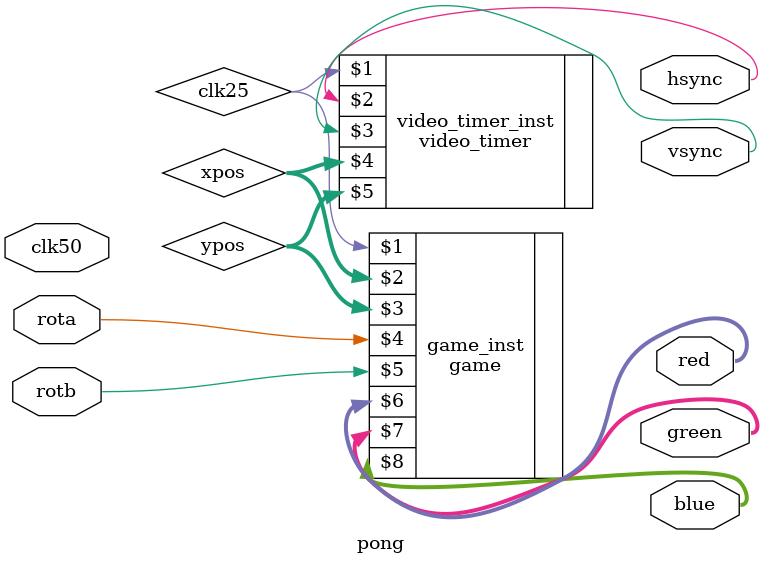
<source format=v>
module pong(
    input clk50,
    input rota,
    input rotb,
    output [3:0] red,
    output [3:0] green,
    output [3:0] blue,
    output hsync,
    output vsync
    );

// divide input clock by two, and use a global 
// clock buffer for the derived clock
reg clk25_int;
always @(posedge clk50) begin
	clk25_int <= ~clk25_int;
end

wire clk25;
//BUFG bufg_inst(clk25, clk25_int);
//must buffer the clock


wire [9:0] xpos;
wire [9:0] ypos;

video_timer video_timer_inst(clk25, hsync, vsync, xpos, ypos);
game game_inst(clk25, xpos, ypos, rota, rotb, red, green, blue);
					
endmodule


</source>
